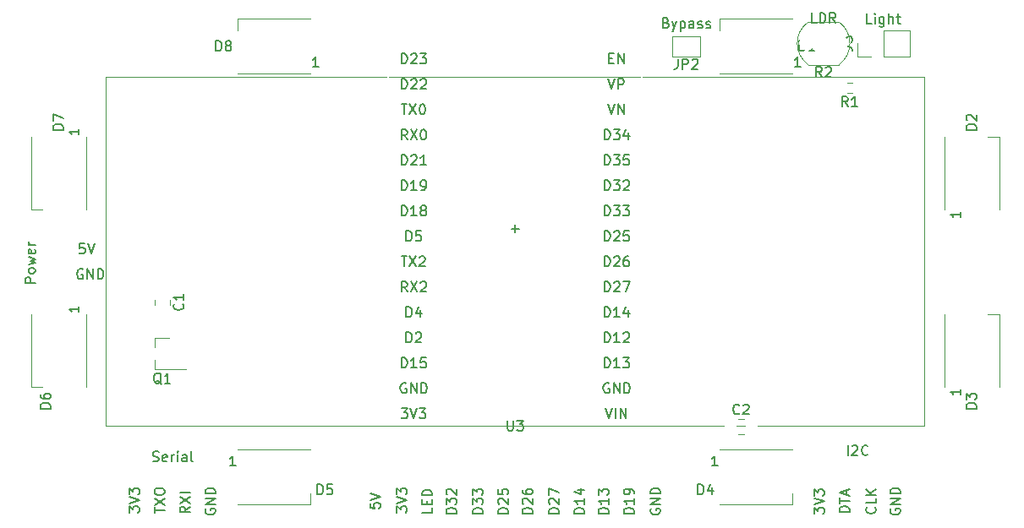
<source format=gto>
%TF.GenerationSoftware,KiCad,Pcbnew,5.99.0+really5.1.10+dfsg1-1*%
%TF.CreationDate,2022-02-16T20:05:08+00:00*%
%TF.ProjectId,lcd,6c63642e-6b69-4636-9164-5f7063625858,rev?*%
%TF.SameCoordinates,Original*%
%TF.FileFunction,Legend,Top*%
%TF.FilePolarity,Positive*%
%FSLAX46Y46*%
G04 Gerber Fmt 4.6, Leading zero omitted, Abs format (unit mm)*
G04 Created by KiCad (PCBNEW 5.99.0+really5.1.10+dfsg1-1) date 2022-02-16 20:05:08*
%MOMM*%
%LPD*%
G01*
G04 APERTURE LIST*
%ADD10C,0.150000*%
%ADD11C,0.120000*%
%ADD12C,1.500000*%
%ADD13C,1.524000*%
%ADD14C,0.800000*%
%ADD15C,6.400000*%
%ADD16R,1.500000X1.000000*%
%ADD17R,1.000000X1.500000*%
%ADD18R,1.700000X1.700000*%
%ADD19O,1.700000X1.700000*%
%ADD20R,1.900000X0.800000*%
G04 APERTURE END LIST*
D10*
X105109523Y-26852380D02*
X104633333Y-26852380D01*
X104633333Y-25852380D01*
X105442857Y-26852380D02*
X105442857Y-25852380D01*
X105680952Y-25852380D01*
X105823809Y-25900000D01*
X105919047Y-25995238D01*
X105966666Y-26090476D01*
X106014285Y-26280952D01*
X106014285Y-26423809D01*
X105966666Y-26614285D01*
X105919047Y-26709523D01*
X105823809Y-26804761D01*
X105680952Y-26852380D01*
X105442857Y-26852380D01*
X107014285Y-26852380D02*
X106680952Y-26376190D01*
X106442857Y-26852380D02*
X106442857Y-25852380D01*
X106823809Y-25852380D01*
X106919047Y-25900000D01*
X106966666Y-25947619D01*
X107014285Y-26042857D01*
X107014285Y-26185714D01*
X106966666Y-26280952D01*
X106919047Y-26328571D01*
X106823809Y-26376190D01*
X106442857Y-26376190D01*
X110630952Y-26902380D02*
X110154761Y-26902380D01*
X110154761Y-25902380D01*
X110964285Y-26902380D02*
X110964285Y-26235714D01*
X110964285Y-25902380D02*
X110916666Y-25950000D01*
X110964285Y-25997619D01*
X111011904Y-25950000D01*
X110964285Y-25902380D01*
X110964285Y-25997619D01*
X111869047Y-26235714D02*
X111869047Y-27045238D01*
X111821428Y-27140476D01*
X111773809Y-27188095D01*
X111678571Y-27235714D01*
X111535714Y-27235714D01*
X111440476Y-27188095D01*
X111869047Y-26854761D02*
X111773809Y-26902380D01*
X111583333Y-26902380D01*
X111488095Y-26854761D01*
X111440476Y-26807142D01*
X111392857Y-26711904D01*
X111392857Y-26426190D01*
X111440476Y-26330952D01*
X111488095Y-26283333D01*
X111583333Y-26235714D01*
X111773809Y-26235714D01*
X111869047Y-26283333D01*
X112345238Y-26902380D02*
X112345238Y-25902380D01*
X112773809Y-26902380D02*
X112773809Y-26378571D01*
X112726190Y-26283333D01*
X112630952Y-26235714D01*
X112488095Y-26235714D01*
X112392857Y-26283333D01*
X112345238Y-26330952D01*
X113107142Y-26235714D02*
X113488095Y-26235714D01*
X113250000Y-25902380D02*
X113250000Y-26759523D01*
X113297619Y-26854761D01*
X113392857Y-26902380D01*
X113488095Y-26902380D01*
X74574447Y-47467828D02*
X75336352Y-47467828D01*
X74955400Y-47848780D02*
X74955400Y-47086876D01*
X90051190Y-26852571D02*
X90194047Y-26900190D01*
X90241666Y-26947809D01*
X90289285Y-27043047D01*
X90289285Y-27185904D01*
X90241666Y-27281142D01*
X90194047Y-27328761D01*
X90098809Y-27376380D01*
X89717857Y-27376380D01*
X89717857Y-26376380D01*
X90051190Y-26376380D01*
X90146428Y-26424000D01*
X90194047Y-26471619D01*
X90241666Y-26566857D01*
X90241666Y-26662095D01*
X90194047Y-26757333D01*
X90146428Y-26804952D01*
X90051190Y-26852571D01*
X89717857Y-26852571D01*
X90622619Y-26709714D02*
X90860714Y-27376380D01*
X91098809Y-26709714D02*
X90860714Y-27376380D01*
X90765476Y-27614476D01*
X90717857Y-27662095D01*
X90622619Y-27709714D01*
X91479761Y-26709714D02*
X91479761Y-27709714D01*
X91479761Y-26757333D02*
X91575000Y-26709714D01*
X91765476Y-26709714D01*
X91860714Y-26757333D01*
X91908333Y-26804952D01*
X91955952Y-26900190D01*
X91955952Y-27185904D01*
X91908333Y-27281142D01*
X91860714Y-27328761D01*
X91765476Y-27376380D01*
X91575000Y-27376380D01*
X91479761Y-27328761D01*
X92813095Y-27376380D02*
X92813095Y-26852571D01*
X92765476Y-26757333D01*
X92670238Y-26709714D01*
X92479761Y-26709714D01*
X92384523Y-26757333D01*
X92813095Y-27328761D02*
X92717857Y-27376380D01*
X92479761Y-27376380D01*
X92384523Y-27328761D01*
X92336904Y-27233523D01*
X92336904Y-27138285D01*
X92384523Y-27043047D01*
X92479761Y-26995428D01*
X92717857Y-26995428D01*
X92813095Y-26947809D01*
X93241666Y-27328761D02*
X93336904Y-27376380D01*
X93527380Y-27376380D01*
X93622619Y-27328761D01*
X93670238Y-27233523D01*
X93670238Y-27185904D01*
X93622619Y-27090666D01*
X93527380Y-27043047D01*
X93384523Y-27043047D01*
X93289285Y-26995428D01*
X93241666Y-26900190D01*
X93241666Y-26852571D01*
X93289285Y-26757333D01*
X93384523Y-26709714D01*
X93527380Y-26709714D01*
X93622619Y-26757333D01*
X94051190Y-27328761D02*
X94146428Y-27376380D01*
X94336904Y-27376380D01*
X94432142Y-27328761D01*
X94479761Y-27233523D01*
X94479761Y-27185904D01*
X94432142Y-27090666D01*
X94336904Y-27043047D01*
X94194047Y-27043047D01*
X94098809Y-26995428D01*
X94051190Y-26900190D01*
X94051190Y-26852571D01*
X94098809Y-26757333D01*
X94194047Y-26709714D01*
X94336904Y-26709714D01*
X94432142Y-26757333D01*
X108243809Y-70175380D02*
X108243809Y-69175380D01*
X108672380Y-69270619D02*
X108720000Y-69223000D01*
X108815238Y-69175380D01*
X109053333Y-69175380D01*
X109148571Y-69223000D01*
X109196190Y-69270619D01*
X109243809Y-69365857D01*
X109243809Y-69461095D01*
X109196190Y-69603952D01*
X108624761Y-70175380D01*
X109243809Y-70175380D01*
X110243809Y-70080142D02*
X110196190Y-70127761D01*
X110053333Y-70175380D01*
X109958095Y-70175380D01*
X109815238Y-70127761D01*
X109720000Y-70032523D01*
X109672380Y-69937285D01*
X109624761Y-69746809D01*
X109624761Y-69603952D01*
X109672380Y-69413476D01*
X109720000Y-69318238D01*
X109815238Y-69223000D01*
X109958095Y-69175380D01*
X110053333Y-69175380D01*
X110196190Y-69223000D01*
X110243809Y-69270619D01*
X112530000Y-75564904D02*
X112482380Y-75660142D01*
X112482380Y-75803000D01*
X112530000Y-75945857D01*
X112625238Y-76041095D01*
X112720476Y-76088714D01*
X112910952Y-76136333D01*
X113053809Y-76136333D01*
X113244285Y-76088714D01*
X113339523Y-76041095D01*
X113434761Y-75945857D01*
X113482380Y-75803000D01*
X113482380Y-75707761D01*
X113434761Y-75564904D01*
X113387142Y-75517285D01*
X113053809Y-75517285D01*
X113053809Y-75707761D01*
X113482380Y-75088714D02*
X112482380Y-75088714D01*
X113482380Y-74517285D01*
X112482380Y-74517285D01*
X113482380Y-74041095D02*
X112482380Y-74041095D01*
X112482380Y-73803000D01*
X112530000Y-73660142D01*
X112625238Y-73564904D01*
X112720476Y-73517285D01*
X112910952Y-73469666D01*
X113053809Y-73469666D01*
X113244285Y-73517285D01*
X113339523Y-73564904D01*
X113434761Y-73660142D01*
X113482380Y-73803000D01*
X113482380Y-74041095D01*
X110974142Y-75398238D02*
X111021761Y-75445857D01*
X111069380Y-75588714D01*
X111069380Y-75683952D01*
X111021761Y-75826809D01*
X110926523Y-75922047D01*
X110831285Y-75969666D01*
X110640809Y-76017285D01*
X110497952Y-76017285D01*
X110307476Y-75969666D01*
X110212238Y-75922047D01*
X110117000Y-75826809D01*
X110069380Y-75683952D01*
X110069380Y-75588714D01*
X110117000Y-75445857D01*
X110164619Y-75398238D01*
X111069380Y-74493476D02*
X111069380Y-74969666D01*
X110069380Y-74969666D01*
X111069380Y-74160142D02*
X110069380Y-74160142D01*
X111069380Y-73588714D02*
X110497952Y-74017285D01*
X110069380Y-73588714D02*
X110640809Y-74160142D01*
X108402380Y-75874428D02*
X107402380Y-75874428D01*
X107402380Y-75636333D01*
X107450000Y-75493476D01*
X107545238Y-75398238D01*
X107640476Y-75350619D01*
X107830952Y-75303000D01*
X107973809Y-75303000D01*
X108164285Y-75350619D01*
X108259523Y-75398238D01*
X108354761Y-75493476D01*
X108402380Y-75636333D01*
X108402380Y-75874428D01*
X107402380Y-75017285D02*
X107402380Y-74445857D01*
X108402380Y-74731571D02*
X107402380Y-74731571D01*
X108116666Y-74160142D02*
X108116666Y-73683952D01*
X108402380Y-74255380D02*
X107402380Y-73922047D01*
X108402380Y-73588714D01*
X104862380Y-76041095D02*
X104862380Y-75422047D01*
X105243333Y-75755380D01*
X105243333Y-75612523D01*
X105290952Y-75517285D01*
X105338571Y-75469666D01*
X105433809Y-75422047D01*
X105671904Y-75422047D01*
X105767142Y-75469666D01*
X105814761Y-75517285D01*
X105862380Y-75612523D01*
X105862380Y-75898238D01*
X105814761Y-75993476D01*
X105767142Y-76041095D01*
X104862380Y-75136333D02*
X105862380Y-74803000D01*
X104862380Y-74469666D01*
X104862380Y-74231571D02*
X104862380Y-73612523D01*
X105243333Y-73945857D01*
X105243333Y-73803000D01*
X105290952Y-73707761D01*
X105338571Y-73660142D01*
X105433809Y-73612523D01*
X105671904Y-73612523D01*
X105767142Y-73660142D01*
X105814761Y-73707761D01*
X105862380Y-73803000D01*
X105862380Y-74088714D01*
X105814761Y-74183952D01*
X105767142Y-74231571D01*
X88527000Y-75564904D02*
X88479380Y-75660142D01*
X88479380Y-75803000D01*
X88527000Y-75945857D01*
X88622238Y-76041095D01*
X88717476Y-76088714D01*
X88907952Y-76136333D01*
X89050809Y-76136333D01*
X89241285Y-76088714D01*
X89336523Y-76041095D01*
X89431761Y-75945857D01*
X89479380Y-75803000D01*
X89479380Y-75707761D01*
X89431761Y-75564904D01*
X89384142Y-75517285D01*
X89050809Y-75517285D01*
X89050809Y-75707761D01*
X89479380Y-75088714D02*
X88479380Y-75088714D01*
X89479380Y-74517285D01*
X88479380Y-74517285D01*
X89479380Y-74041095D02*
X88479380Y-74041095D01*
X88479380Y-73803000D01*
X88527000Y-73660142D01*
X88622238Y-73564904D01*
X88717476Y-73517285D01*
X88907952Y-73469666D01*
X89050809Y-73469666D01*
X89241285Y-73517285D01*
X89336523Y-73564904D01*
X89431761Y-73660142D01*
X89479380Y-73803000D01*
X89479380Y-74041095D01*
X86812380Y-76017285D02*
X85812380Y-76017285D01*
X85812380Y-75779190D01*
X85860000Y-75636333D01*
X85955238Y-75541095D01*
X86050476Y-75493476D01*
X86240952Y-75445857D01*
X86383809Y-75445857D01*
X86574285Y-75493476D01*
X86669523Y-75541095D01*
X86764761Y-75636333D01*
X86812380Y-75779190D01*
X86812380Y-76017285D01*
X86812380Y-74493476D02*
X86812380Y-75064904D01*
X86812380Y-74779190D02*
X85812380Y-74779190D01*
X85955238Y-74874428D01*
X86050476Y-74969666D01*
X86098095Y-75064904D01*
X86812380Y-74017285D02*
X86812380Y-73826809D01*
X86764761Y-73731571D01*
X86717142Y-73683952D01*
X86574285Y-73588714D01*
X86383809Y-73541095D01*
X86002857Y-73541095D01*
X85907619Y-73588714D01*
X85860000Y-73636333D01*
X85812380Y-73731571D01*
X85812380Y-73922047D01*
X85860000Y-74017285D01*
X85907619Y-74064904D01*
X86002857Y-74112523D01*
X86240952Y-74112523D01*
X86336190Y-74064904D01*
X86383809Y-74017285D01*
X86431428Y-73922047D01*
X86431428Y-73731571D01*
X86383809Y-73636333D01*
X86336190Y-73588714D01*
X86240952Y-73541095D01*
X84272380Y-76017285D02*
X83272380Y-76017285D01*
X83272380Y-75779190D01*
X83320000Y-75636333D01*
X83415238Y-75541095D01*
X83510476Y-75493476D01*
X83700952Y-75445857D01*
X83843809Y-75445857D01*
X84034285Y-75493476D01*
X84129523Y-75541095D01*
X84224761Y-75636333D01*
X84272380Y-75779190D01*
X84272380Y-76017285D01*
X84272380Y-74493476D02*
X84272380Y-75064904D01*
X84272380Y-74779190D02*
X83272380Y-74779190D01*
X83415238Y-74874428D01*
X83510476Y-74969666D01*
X83558095Y-75064904D01*
X83272380Y-74160142D02*
X83272380Y-73541095D01*
X83653333Y-73874428D01*
X83653333Y-73731571D01*
X83700952Y-73636333D01*
X83748571Y-73588714D01*
X83843809Y-73541095D01*
X84081904Y-73541095D01*
X84177142Y-73588714D01*
X84224761Y-73636333D01*
X84272380Y-73731571D01*
X84272380Y-74017285D01*
X84224761Y-74112523D01*
X84177142Y-74160142D01*
X81859380Y-76017285D02*
X80859380Y-76017285D01*
X80859380Y-75779190D01*
X80907000Y-75636333D01*
X81002238Y-75541095D01*
X81097476Y-75493476D01*
X81287952Y-75445857D01*
X81430809Y-75445857D01*
X81621285Y-75493476D01*
X81716523Y-75541095D01*
X81811761Y-75636333D01*
X81859380Y-75779190D01*
X81859380Y-76017285D01*
X81859380Y-74493476D02*
X81859380Y-75064904D01*
X81859380Y-74779190D02*
X80859380Y-74779190D01*
X81002238Y-74874428D01*
X81097476Y-74969666D01*
X81145095Y-75064904D01*
X81192714Y-73636333D02*
X81859380Y-73636333D01*
X80811761Y-73874428D02*
X81526047Y-74112523D01*
X81526047Y-73493476D01*
X79319380Y-76017285D02*
X78319380Y-76017285D01*
X78319380Y-75779190D01*
X78367000Y-75636333D01*
X78462238Y-75541095D01*
X78557476Y-75493476D01*
X78747952Y-75445857D01*
X78890809Y-75445857D01*
X79081285Y-75493476D01*
X79176523Y-75541095D01*
X79271761Y-75636333D01*
X79319380Y-75779190D01*
X79319380Y-76017285D01*
X78414619Y-75064904D02*
X78367000Y-75017285D01*
X78319380Y-74922047D01*
X78319380Y-74683952D01*
X78367000Y-74588714D01*
X78414619Y-74541095D01*
X78509857Y-74493476D01*
X78605095Y-74493476D01*
X78747952Y-74541095D01*
X79319380Y-75112523D01*
X79319380Y-74493476D01*
X78319380Y-74160142D02*
X78319380Y-73493476D01*
X79319380Y-73922047D01*
X76652380Y-76017285D02*
X75652380Y-76017285D01*
X75652380Y-75779190D01*
X75700000Y-75636333D01*
X75795238Y-75541095D01*
X75890476Y-75493476D01*
X76080952Y-75445857D01*
X76223809Y-75445857D01*
X76414285Y-75493476D01*
X76509523Y-75541095D01*
X76604761Y-75636333D01*
X76652380Y-75779190D01*
X76652380Y-76017285D01*
X75747619Y-75064904D02*
X75700000Y-75017285D01*
X75652380Y-74922047D01*
X75652380Y-74683952D01*
X75700000Y-74588714D01*
X75747619Y-74541095D01*
X75842857Y-74493476D01*
X75938095Y-74493476D01*
X76080952Y-74541095D01*
X76652380Y-75112523D01*
X76652380Y-74493476D01*
X75652380Y-73636333D02*
X75652380Y-73826809D01*
X75700000Y-73922047D01*
X75747619Y-73969666D01*
X75890476Y-74064904D01*
X76080952Y-74112523D01*
X76461904Y-74112523D01*
X76557142Y-74064904D01*
X76604761Y-74017285D01*
X76652380Y-73922047D01*
X76652380Y-73731571D01*
X76604761Y-73636333D01*
X76557142Y-73588714D01*
X76461904Y-73541095D01*
X76223809Y-73541095D01*
X76128571Y-73588714D01*
X76080952Y-73636333D01*
X76033333Y-73731571D01*
X76033333Y-73922047D01*
X76080952Y-74017285D01*
X76128571Y-74064904D01*
X76223809Y-74112523D01*
X74239380Y-76017285D02*
X73239380Y-76017285D01*
X73239380Y-75779190D01*
X73287000Y-75636333D01*
X73382238Y-75541095D01*
X73477476Y-75493476D01*
X73667952Y-75445857D01*
X73810809Y-75445857D01*
X74001285Y-75493476D01*
X74096523Y-75541095D01*
X74191761Y-75636333D01*
X74239380Y-75779190D01*
X74239380Y-76017285D01*
X73334619Y-75064904D02*
X73287000Y-75017285D01*
X73239380Y-74922047D01*
X73239380Y-74683952D01*
X73287000Y-74588714D01*
X73334619Y-74541095D01*
X73429857Y-74493476D01*
X73525095Y-74493476D01*
X73667952Y-74541095D01*
X74239380Y-75112523D01*
X74239380Y-74493476D01*
X73239380Y-73588714D02*
X73239380Y-74064904D01*
X73715571Y-74112523D01*
X73667952Y-74064904D01*
X73620333Y-73969666D01*
X73620333Y-73731571D01*
X73667952Y-73636333D01*
X73715571Y-73588714D01*
X73810809Y-73541095D01*
X74048904Y-73541095D01*
X74144142Y-73588714D01*
X74191761Y-73636333D01*
X74239380Y-73731571D01*
X74239380Y-73969666D01*
X74191761Y-74064904D01*
X74144142Y-74112523D01*
X71699380Y-76017285D02*
X70699380Y-76017285D01*
X70699380Y-75779190D01*
X70747000Y-75636333D01*
X70842238Y-75541095D01*
X70937476Y-75493476D01*
X71127952Y-75445857D01*
X71270809Y-75445857D01*
X71461285Y-75493476D01*
X71556523Y-75541095D01*
X71651761Y-75636333D01*
X71699380Y-75779190D01*
X71699380Y-76017285D01*
X70699380Y-75112523D02*
X70699380Y-74493476D01*
X71080333Y-74826809D01*
X71080333Y-74683952D01*
X71127952Y-74588714D01*
X71175571Y-74541095D01*
X71270809Y-74493476D01*
X71508904Y-74493476D01*
X71604142Y-74541095D01*
X71651761Y-74588714D01*
X71699380Y-74683952D01*
X71699380Y-74969666D01*
X71651761Y-75064904D01*
X71604142Y-75112523D01*
X70699380Y-74160142D02*
X70699380Y-73541095D01*
X71080333Y-73874428D01*
X71080333Y-73731571D01*
X71127952Y-73636333D01*
X71175571Y-73588714D01*
X71270809Y-73541095D01*
X71508904Y-73541095D01*
X71604142Y-73588714D01*
X71651761Y-73636333D01*
X71699380Y-73731571D01*
X71699380Y-74017285D01*
X71651761Y-74112523D01*
X71604142Y-74160142D01*
X69032380Y-76017285D02*
X68032380Y-76017285D01*
X68032380Y-75779190D01*
X68080000Y-75636333D01*
X68175238Y-75541095D01*
X68270476Y-75493476D01*
X68460952Y-75445857D01*
X68603809Y-75445857D01*
X68794285Y-75493476D01*
X68889523Y-75541095D01*
X68984761Y-75636333D01*
X69032380Y-75779190D01*
X69032380Y-76017285D01*
X68032380Y-75112523D02*
X68032380Y-74493476D01*
X68413333Y-74826809D01*
X68413333Y-74683952D01*
X68460952Y-74588714D01*
X68508571Y-74541095D01*
X68603809Y-74493476D01*
X68841904Y-74493476D01*
X68937142Y-74541095D01*
X68984761Y-74588714D01*
X69032380Y-74683952D01*
X69032380Y-74969666D01*
X68984761Y-75064904D01*
X68937142Y-75112523D01*
X68127619Y-74112523D02*
X68080000Y-74064904D01*
X68032380Y-73969666D01*
X68032380Y-73731571D01*
X68080000Y-73636333D01*
X68127619Y-73588714D01*
X68222857Y-73541095D01*
X68318095Y-73541095D01*
X68460952Y-73588714D01*
X69032380Y-74160142D01*
X69032380Y-73541095D01*
X66619380Y-75445857D02*
X66619380Y-75922047D01*
X65619380Y-75922047D01*
X66095571Y-75112523D02*
X66095571Y-74779190D01*
X66619380Y-74636333D02*
X66619380Y-75112523D01*
X65619380Y-75112523D01*
X65619380Y-74636333D01*
X66619380Y-74207761D02*
X65619380Y-74207761D01*
X65619380Y-73969666D01*
X65667000Y-73826809D01*
X65762238Y-73731571D01*
X65857476Y-73683952D01*
X66047952Y-73636333D01*
X66190809Y-73636333D01*
X66381285Y-73683952D01*
X66476523Y-73731571D01*
X66571761Y-73826809D01*
X66619380Y-73969666D01*
X66619380Y-74207761D01*
X63079380Y-75914095D02*
X63079380Y-75295047D01*
X63460333Y-75628380D01*
X63460333Y-75485523D01*
X63507952Y-75390285D01*
X63555571Y-75342666D01*
X63650809Y-75295047D01*
X63888904Y-75295047D01*
X63984142Y-75342666D01*
X64031761Y-75390285D01*
X64079380Y-75485523D01*
X64079380Y-75771238D01*
X64031761Y-75866476D01*
X63984142Y-75914095D01*
X63079380Y-75009333D02*
X64079380Y-74676000D01*
X63079380Y-74342666D01*
X63079380Y-74104571D02*
X63079380Y-73485523D01*
X63460333Y-73818857D01*
X63460333Y-73676000D01*
X63507952Y-73580761D01*
X63555571Y-73533142D01*
X63650809Y-73485523D01*
X63888904Y-73485523D01*
X63984142Y-73533142D01*
X64031761Y-73580761D01*
X64079380Y-73676000D01*
X64079380Y-73961714D01*
X64031761Y-74056952D01*
X63984142Y-74104571D01*
X60412380Y-74993476D02*
X60412380Y-75469666D01*
X60888571Y-75517285D01*
X60840952Y-75469666D01*
X60793333Y-75374428D01*
X60793333Y-75136333D01*
X60840952Y-75041095D01*
X60888571Y-74993476D01*
X60983809Y-74945857D01*
X61221904Y-74945857D01*
X61317142Y-74993476D01*
X61364761Y-75041095D01*
X61412380Y-75136333D01*
X61412380Y-75374428D01*
X61364761Y-75469666D01*
X61317142Y-75517285D01*
X60412380Y-74660142D02*
X61412380Y-74326809D01*
X60412380Y-73993476D01*
X43950000Y-75564904D02*
X43902380Y-75660142D01*
X43902380Y-75803000D01*
X43950000Y-75945857D01*
X44045238Y-76041095D01*
X44140476Y-76088714D01*
X44330952Y-76136333D01*
X44473809Y-76136333D01*
X44664285Y-76088714D01*
X44759523Y-76041095D01*
X44854761Y-75945857D01*
X44902380Y-75803000D01*
X44902380Y-75707761D01*
X44854761Y-75564904D01*
X44807142Y-75517285D01*
X44473809Y-75517285D01*
X44473809Y-75707761D01*
X44902380Y-75088714D02*
X43902380Y-75088714D01*
X44902380Y-74517285D01*
X43902380Y-74517285D01*
X44902380Y-74041095D02*
X43902380Y-74041095D01*
X43902380Y-73803000D01*
X43950000Y-73660142D01*
X44045238Y-73564904D01*
X44140476Y-73517285D01*
X44330952Y-73469666D01*
X44473809Y-73469666D01*
X44664285Y-73517285D01*
X44759523Y-73564904D01*
X44854761Y-73660142D01*
X44902380Y-73803000D01*
X44902380Y-74041095D01*
X42362380Y-75334761D02*
X41886190Y-75668095D01*
X42362380Y-75906190D02*
X41362380Y-75906190D01*
X41362380Y-75525238D01*
X41410000Y-75430000D01*
X41457619Y-75382380D01*
X41552857Y-75334761D01*
X41695714Y-75334761D01*
X41790952Y-75382380D01*
X41838571Y-75430000D01*
X41886190Y-75525238D01*
X41886190Y-75906190D01*
X41362380Y-75001428D02*
X42362380Y-74334761D01*
X41362380Y-74334761D02*
X42362380Y-75001428D01*
X42362380Y-73953809D02*
X41362380Y-73953809D01*
X38822380Y-75961714D02*
X38822380Y-75390285D01*
X39822380Y-75676000D02*
X38822380Y-75676000D01*
X38822380Y-75152190D02*
X39822380Y-74485523D01*
X38822380Y-74485523D02*
X39822380Y-75152190D01*
X38822380Y-73914095D02*
X38822380Y-73723619D01*
X38870000Y-73628380D01*
X38965238Y-73533142D01*
X39155714Y-73485523D01*
X39489047Y-73485523D01*
X39679523Y-73533142D01*
X39774761Y-73628380D01*
X39822380Y-73723619D01*
X39822380Y-73914095D01*
X39774761Y-74009333D01*
X39679523Y-74104571D01*
X39489047Y-74152190D01*
X39155714Y-74152190D01*
X38965238Y-74104571D01*
X38870000Y-74009333D01*
X38822380Y-73914095D01*
X36282380Y-75914095D02*
X36282380Y-75295047D01*
X36663333Y-75628380D01*
X36663333Y-75485523D01*
X36710952Y-75390285D01*
X36758571Y-75342666D01*
X36853809Y-75295047D01*
X37091904Y-75295047D01*
X37187142Y-75342666D01*
X37234761Y-75390285D01*
X37282380Y-75485523D01*
X37282380Y-75771238D01*
X37234761Y-75866476D01*
X37187142Y-75914095D01*
X36282380Y-75009333D02*
X37282380Y-74676000D01*
X36282380Y-74342666D01*
X36282380Y-74104571D02*
X36282380Y-73485523D01*
X36663333Y-73818857D01*
X36663333Y-73676000D01*
X36710952Y-73580761D01*
X36758571Y-73533142D01*
X36853809Y-73485523D01*
X37091904Y-73485523D01*
X37187142Y-73533142D01*
X37234761Y-73580761D01*
X37282380Y-73676000D01*
X37282380Y-73961714D01*
X37234761Y-74056952D01*
X37187142Y-74104571D01*
X38663809Y-70762761D02*
X38806666Y-70810380D01*
X39044761Y-70810380D01*
X39140000Y-70762761D01*
X39187619Y-70715142D01*
X39235238Y-70619904D01*
X39235238Y-70524666D01*
X39187619Y-70429428D01*
X39140000Y-70381809D01*
X39044761Y-70334190D01*
X38854285Y-70286571D01*
X38759047Y-70238952D01*
X38711428Y-70191333D01*
X38663809Y-70096095D01*
X38663809Y-70000857D01*
X38711428Y-69905619D01*
X38759047Y-69858000D01*
X38854285Y-69810380D01*
X39092380Y-69810380D01*
X39235238Y-69858000D01*
X40044761Y-70762761D02*
X39949523Y-70810380D01*
X39759047Y-70810380D01*
X39663809Y-70762761D01*
X39616190Y-70667523D01*
X39616190Y-70286571D01*
X39663809Y-70191333D01*
X39759047Y-70143714D01*
X39949523Y-70143714D01*
X40044761Y-70191333D01*
X40092380Y-70286571D01*
X40092380Y-70381809D01*
X39616190Y-70477047D01*
X40520952Y-70810380D02*
X40520952Y-70143714D01*
X40520952Y-70334190D02*
X40568571Y-70238952D01*
X40616190Y-70191333D01*
X40711428Y-70143714D01*
X40806666Y-70143714D01*
X41140000Y-70810380D02*
X41140000Y-70143714D01*
X41140000Y-69810380D02*
X41092380Y-69858000D01*
X41140000Y-69905619D01*
X41187619Y-69858000D01*
X41140000Y-69810380D01*
X41140000Y-69905619D01*
X42044761Y-70810380D02*
X42044761Y-70286571D01*
X41997142Y-70191333D01*
X41901904Y-70143714D01*
X41711428Y-70143714D01*
X41616190Y-70191333D01*
X42044761Y-70762761D02*
X41949523Y-70810380D01*
X41711428Y-70810380D01*
X41616190Y-70762761D01*
X41568571Y-70667523D01*
X41568571Y-70572285D01*
X41616190Y-70477047D01*
X41711428Y-70429428D01*
X41949523Y-70429428D01*
X42044761Y-70381809D01*
X42663809Y-70810380D02*
X42568571Y-70762761D01*
X42520952Y-70667523D01*
X42520952Y-69810380D01*
X26868380Y-52903190D02*
X25868380Y-52903190D01*
X25868380Y-52522238D01*
X25916000Y-52427000D01*
X25963619Y-52379380D01*
X26058857Y-52331761D01*
X26201714Y-52331761D01*
X26296952Y-52379380D01*
X26344571Y-52427000D01*
X26392190Y-52522238D01*
X26392190Y-52903190D01*
X26868380Y-51760333D02*
X26820761Y-51855571D01*
X26773142Y-51903190D01*
X26677904Y-51950809D01*
X26392190Y-51950809D01*
X26296952Y-51903190D01*
X26249333Y-51855571D01*
X26201714Y-51760333D01*
X26201714Y-51617476D01*
X26249333Y-51522238D01*
X26296952Y-51474619D01*
X26392190Y-51427000D01*
X26677904Y-51427000D01*
X26773142Y-51474619D01*
X26820761Y-51522238D01*
X26868380Y-51617476D01*
X26868380Y-51760333D01*
X26201714Y-51093666D02*
X26868380Y-50903190D01*
X26392190Y-50712714D01*
X26868380Y-50522238D01*
X26201714Y-50331761D01*
X26820761Y-49569857D02*
X26868380Y-49665095D01*
X26868380Y-49855571D01*
X26820761Y-49950809D01*
X26725523Y-49998428D01*
X26344571Y-49998428D01*
X26249333Y-49950809D01*
X26201714Y-49855571D01*
X26201714Y-49665095D01*
X26249333Y-49569857D01*
X26344571Y-49522238D01*
X26439809Y-49522238D01*
X26535047Y-49998428D01*
X26868380Y-49093666D02*
X26201714Y-49093666D01*
X26392190Y-49093666D02*
X26296952Y-49046047D01*
X26249333Y-48998428D01*
X26201714Y-48903190D01*
X26201714Y-48807952D01*
X31623095Y-51570000D02*
X31527857Y-51522380D01*
X31385000Y-51522380D01*
X31242142Y-51570000D01*
X31146904Y-51665238D01*
X31099285Y-51760476D01*
X31051666Y-51950952D01*
X31051666Y-52093809D01*
X31099285Y-52284285D01*
X31146904Y-52379523D01*
X31242142Y-52474761D01*
X31385000Y-52522380D01*
X31480238Y-52522380D01*
X31623095Y-52474761D01*
X31670714Y-52427142D01*
X31670714Y-52093809D01*
X31480238Y-52093809D01*
X32099285Y-52522380D02*
X32099285Y-51522380D01*
X32670714Y-52522380D01*
X32670714Y-51522380D01*
X33146904Y-52522380D02*
X33146904Y-51522380D01*
X33385000Y-51522380D01*
X33527857Y-51570000D01*
X33623095Y-51665238D01*
X33670714Y-51760476D01*
X33718333Y-51950952D01*
X33718333Y-52093809D01*
X33670714Y-52284285D01*
X33623095Y-52379523D01*
X33527857Y-52474761D01*
X33385000Y-52522380D01*
X33146904Y-52522380D01*
X31813523Y-48982380D02*
X31337333Y-48982380D01*
X31289714Y-49458571D01*
X31337333Y-49410952D01*
X31432571Y-49363333D01*
X31670666Y-49363333D01*
X31765904Y-49410952D01*
X31813523Y-49458571D01*
X31861142Y-49553809D01*
X31861142Y-49791904D01*
X31813523Y-49887142D01*
X31765904Y-49934761D01*
X31670666Y-49982380D01*
X31432571Y-49982380D01*
X31337333Y-49934761D01*
X31289714Y-49887142D01*
X32146857Y-48982380D02*
X32480190Y-49982380D01*
X32813523Y-48982380D01*
D11*
%TO.C,R2*%
X107350000Y-26750000D02*
X104300000Y-26750000D01*
X107350000Y-31050000D02*
X104300000Y-31050000D01*
X107328234Y-31065526D02*
G75*
G03*
X107350000Y-26750000I-1528234J2165526D01*
G01*
X104255487Y-26781751D02*
G75*
G03*
X104300000Y-31050000I1544513J-2118249D01*
G01*
%TO.C,U3*%
X115930000Y-67260000D02*
X115930000Y-32260000D01*
X33930000Y-67260000D02*
X115930000Y-67260000D01*
X33930000Y-32260000D02*
X33930000Y-67260000D01*
X115930000Y-32260000D02*
X33930000Y-32260000D01*
%TO.C,D1*%
X102710000Y-31960000D02*
X95410000Y-31960000D01*
X102710000Y-26460000D02*
X95410000Y-26460000D01*
X95410000Y-26460000D02*
X95410000Y-27610000D01*
%TO.C,D2*%
X123400000Y-38260000D02*
X122250000Y-38260000D01*
X123400000Y-45560000D02*
X123400000Y-38260000D01*
X117900000Y-45560000D02*
X117900000Y-38260000D01*
%TO.C,D3*%
X117900000Y-63340000D02*
X117900000Y-56040000D01*
X123400000Y-63340000D02*
X123400000Y-56040000D01*
X123400000Y-56040000D02*
X122250000Y-56040000D01*
%TO.C,D4*%
X102710000Y-75140000D02*
X102710000Y-73990000D01*
X95410000Y-75140000D02*
X102710000Y-75140000D01*
X95410000Y-69640000D02*
X102710000Y-69640000D01*
%TO.C,D5*%
X54450000Y-75140000D02*
X54450000Y-73990000D01*
X47150000Y-75140000D02*
X54450000Y-75140000D01*
X47150000Y-69640000D02*
X54450000Y-69640000D01*
%TO.C,D6*%
X31960000Y-56040000D02*
X31960000Y-63340000D01*
X26460000Y-56040000D02*
X26460000Y-63340000D01*
X26460000Y-63340000D02*
X27610000Y-63340000D01*
%TO.C,D7*%
X26460000Y-45560000D02*
X27610000Y-45560000D01*
X26460000Y-38260000D02*
X26460000Y-45560000D01*
X31960000Y-38260000D02*
X31960000Y-45560000D01*
%TO.C,D8*%
X54450000Y-31960000D02*
X47150000Y-31960000D01*
X54450000Y-26460000D02*
X47150000Y-26460000D01*
X47150000Y-26460000D02*
X47150000Y-27610000D01*
%TO.C,JP2*%
X93460000Y-30210000D02*
X90660000Y-30210000D01*
X90660000Y-30210000D02*
X90660000Y-28210000D01*
X90660000Y-28210000D02*
X93460000Y-28210000D01*
X93460000Y-28210000D02*
X93460000Y-30210000D01*
%TO.C,Q1*%
X38840000Y-58430000D02*
X40300000Y-58430000D01*
X38840000Y-61590000D02*
X42000000Y-61590000D01*
X38840000Y-61590000D02*
X38840000Y-60660000D01*
X38840000Y-58430000D02*
X38840000Y-59360000D01*
%TO.C,C1*%
X40337500Y-54581248D02*
X40337500Y-55103752D01*
X38867500Y-54581248D02*
X38867500Y-55103752D01*
%TO.C,C2*%
X97296248Y-68045000D02*
X97818752Y-68045000D01*
X97296248Y-66575000D02*
X97818752Y-66575000D01*
%TO.C,R1*%
X108667224Y-33872500D02*
X108157776Y-33872500D01*
X108667224Y-32827500D02*
X108157776Y-32827500D01*
%TO.C,J5*%
X114430000Y-30230000D02*
X114430000Y-27570000D01*
X111830000Y-30230000D02*
X114430000Y-30230000D01*
X111830000Y-27570000D02*
X114430000Y-27570000D01*
X111830000Y-30230000D02*
X111830000Y-27570000D01*
X110560000Y-30230000D02*
X109230000Y-30230000D01*
X109230000Y-30230000D02*
X109230000Y-28900000D01*
%TO.C,R2*%
D10*
X105633333Y-32252380D02*
X105300000Y-31776190D01*
X105061904Y-32252380D02*
X105061904Y-31252380D01*
X105442857Y-31252380D01*
X105538095Y-31300000D01*
X105585714Y-31347619D01*
X105633333Y-31442857D01*
X105633333Y-31585714D01*
X105585714Y-31680952D01*
X105538095Y-31728571D01*
X105442857Y-31776190D01*
X105061904Y-31776190D01*
X106014285Y-31347619D02*
X106061904Y-31300000D01*
X106157142Y-31252380D01*
X106395238Y-31252380D01*
X106490476Y-31300000D01*
X106538095Y-31347619D01*
X106585714Y-31442857D01*
X106585714Y-31538095D01*
X106538095Y-31680952D01*
X105966666Y-32252380D01*
X106585714Y-32252380D01*
%TO.C,U2*%
X84351904Y-30408571D02*
X84685238Y-30408571D01*
X84828095Y-30932380D02*
X84351904Y-30932380D01*
X84351904Y-29932380D01*
X84828095Y-29932380D01*
X85256666Y-30932380D02*
X85256666Y-29932380D01*
X85828095Y-30932380D01*
X85828095Y-29932380D01*
X84256666Y-32472380D02*
X84590000Y-33472380D01*
X84923333Y-32472380D01*
X85256666Y-33472380D02*
X85256666Y-32472380D01*
X85637619Y-32472380D01*
X85732857Y-32520000D01*
X85780476Y-32567619D01*
X85828095Y-32662857D01*
X85828095Y-32805714D01*
X85780476Y-32900952D01*
X85732857Y-32948571D01*
X85637619Y-32996190D01*
X85256666Y-32996190D01*
X84232857Y-35012380D02*
X84566190Y-36012380D01*
X84899523Y-35012380D01*
X85232857Y-36012380D02*
X85232857Y-35012380D01*
X85804285Y-36012380D01*
X85804285Y-35012380D01*
X83875714Y-38552380D02*
X83875714Y-37552380D01*
X84113809Y-37552380D01*
X84256666Y-37600000D01*
X84351904Y-37695238D01*
X84399523Y-37790476D01*
X84447142Y-37980952D01*
X84447142Y-38123809D01*
X84399523Y-38314285D01*
X84351904Y-38409523D01*
X84256666Y-38504761D01*
X84113809Y-38552380D01*
X83875714Y-38552380D01*
X84780476Y-37552380D02*
X85399523Y-37552380D01*
X85066190Y-37933333D01*
X85209047Y-37933333D01*
X85304285Y-37980952D01*
X85351904Y-38028571D01*
X85399523Y-38123809D01*
X85399523Y-38361904D01*
X85351904Y-38457142D01*
X85304285Y-38504761D01*
X85209047Y-38552380D01*
X84923333Y-38552380D01*
X84828095Y-38504761D01*
X84780476Y-38457142D01*
X86256666Y-37885714D02*
X86256666Y-38552380D01*
X86018571Y-37504761D02*
X85780476Y-38219047D01*
X86399523Y-38219047D01*
X83875714Y-41092380D02*
X83875714Y-40092380D01*
X84113809Y-40092380D01*
X84256666Y-40140000D01*
X84351904Y-40235238D01*
X84399523Y-40330476D01*
X84447142Y-40520952D01*
X84447142Y-40663809D01*
X84399523Y-40854285D01*
X84351904Y-40949523D01*
X84256666Y-41044761D01*
X84113809Y-41092380D01*
X83875714Y-41092380D01*
X84780476Y-40092380D02*
X85399523Y-40092380D01*
X85066190Y-40473333D01*
X85209047Y-40473333D01*
X85304285Y-40520952D01*
X85351904Y-40568571D01*
X85399523Y-40663809D01*
X85399523Y-40901904D01*
X85351904Y-40997142D01*
X85304285Y-41044761D01*
X85209047Y-41092380D01*
X84923333Y-41092380D01*
X84828095Y-41044761D01*
X84780476Y-40997142D01*
X86304285Y-40092380D02*
X85828095Y-40092380D01*
X85780476Y-40568571D01*
X85828095Y-40520952D01*
X85923333Y-40473333D01*
X86161428Y-40473333D01*
X86256666Y-40520952D01*
X86304285Y-40568571D01*
X86351904Y-40663809D01*
X86351904Y-40901904D01*
X86304285Y-40997142D01*
X86256666Y-41044761D01*
X86161428Y-41092380D01*
X85923333Y-41092380D01*
X85828095Y-41044761D01*
X85780476Y-40997142D01*
X83875714Y-43632380D02*
X83875714Y-42632380D01*
X84113809Y-42632380D01*
X84256666Y-42680000D01*
X84351904Y-42775238D01*
X84399523Y-42870476D01*
X84447142Y-43060952D01*
X84447142Y-43203809D01*
X84399523Y-43394285D01*
X84351904Y-43489523D01*
X84256666Y-43584761D01*
X84113809Y-43632380D01*
X83875714Y-43632380D01*
X84780476Y-42632380D02*
X85399523Y-42632380D01*
X85066190Y-43013333D01*
X85209047Y-43013333D01*
X85304285Y-43060952D01*
X85351904Y-43108571D01*
X85399523Y-43203809D01*
X85399523Y-43441904D01*
X85351904Y-43537142D01*
X85304285Y-43584761D01*
X85209047Y-43632380D01*
X84923333Y-43632380D01*
X84828095Y-43584761D01*
X84780476Y-43537142D01*
X85780476Y-42727619D02*
X85828095Y-42680000D01*
X85923333Y-42632380D01*
X86161428Y-42632380D01*
X86256666Y-42680000D01*
X86304285Y-42727619D01*
X86351904Y-42822857D01*
X86351904Y-42918095D01*
X86304285Y-43060952D01*
X85732857Y-43632380D01*
X86351904Y-43632380D01*
X83875714Y-46172380D02*
X83875714Y-45172380D01*
X84113809Y-45172380D01*
X84256666Y-45220000D01*
X84351904Y-45315238D01*
X84399523Y-45410476D01*
X84447142Y-45600952D01*
X84447142Y-45743809D01*
X84399523Y-45934285D01*
X84351904Y-46029523D01*
X84256666Y-46124761D01*
X84113809Y-46172380D01*
X83875714Y-46172380D01*
X84780476Y-45172380D02*
X85399523Y-45172380D01*
X85066190Y-45553333D01*
X85209047Y-45553333D01*
X85304285Y-45600952D01*
X85351904Y-45648571D01*
X85399523Y-45743809D01*
X85399523Y-45981904D01*
X85351904Y-46077142D01*
X85304285Y-46124761D01*
X85209047Y-46172380D01*
X84923333Y-46172380D01*
X84828095Y-46124761D01*
X84780476Y-46077142D01*
X85732857Y-45172380D02*
X86351904Y-45172380D01*
X86018571Y-45553333D01*
X86161428Y-45553333D01*
X86256666Y-45600952D01*
X86304285Y-45648571D01*
X86351904Y-45743809D01*
X86351904Y-45981904D01*
X86304285Y-46077142D01*
X86256666Y-46124761D01*
X86161428Y-46172380D01*
X85875714Y-46172380D01*
X85780476Y-46124761D01*
X85732857Y-46077142D01*
X83875714Y-48712380D02*
X83875714Y-47712380D01*
X84113809Y-47712380D01*
X84256666Y-47760000D01*
X84351904Y-47855238D01*
X84399523Y-47950476D01*
X84447142Y-48140952D01*
X84447142Y-48283809D01*
X84399523Y-48474285D01*
X84351904Y-48569523D01*
X84256666Y-48664761D01*
X84113809Y-48712380D01*
X83875714Y-48712380D01*
X84828095Y-47807619D02*
X84875714Y-47760000D01*
X84970952Y-47712380D01*
X85209047Y-47712380D01*
X85304285Y-47760000D01*
X85351904Y-47807619D01*
X85399523Y-47902857D01*
X85399523Y-47998095D01*
X85351904Y-48140952D01*
X84780476Y-48712380D01*
X85399523Y-48712380D01*
X86304285Y-47712380D02*
X85828095Y-47712380D01*
X85780476Y-48188571D01*
X85828095Y-48140952D01*
X85923333Y-48093333D01*
X86161428Y-48093333D01*
X86256666Y-48140952D01*
X86304285Y-48188571D01*
X86351904Y-48283809D01*
X86351904Y-48521904D01*
X86304285Y-48617142D01*
X86256666Y-48664761D01*
X86161428Y-48712380D01*
X85923333Y-48712380D01*
X85828095Y-48664761D01*
X85780476Y-48617142D01*
X83875714Y-51252380D02*
X83875714Y-50252380D01*
X84113809Y-50252380D01*
X84256666Y-50300000D01*
X84351904Y-50395238D01*
X84399523Y-50490476D01*
X84447142Y-50680952D01*
X84447142Y-50823809D01*
X84399523Y-51014285D01*
X84351904Y-51109523D01*
X84256666Y-51204761D01*
X84113809Y-51252380D01*
X83875714Y-51252380D01*
X84828095Y-50347619D02*
X84875714Y-50300000D01*
X84970952Y-50252380D01*
X85209047Y-50252380D01*
X85304285Y-50300000D01*
X85351904Y-50347619D01*
X85399523Y-50442857D01*
X85399523Y-50538095D01*
X85351904Y-50680952D01*
X84780476Y-51252380D01*
X85399523Y-51252380D01*
X86256666Y-50252380D02*
X86066190Y-50252380D01*
X85970952Y-50300000D01*
X85923333Y-50347619D01*
X85828095Y-50490476D01*
X85780476Y-50680952D01*
X85780476Y-51061904D01*
X85828095Y-51157142D01*
X85875714Y-51204761D01*
X85970952Y-51252380D01*
X86161428Y-51252380D01*
X86256666Y-51204761D01*
X86304285Y-51157142D01*
X86351904Y-51061904D01*
X86351904Y-50823809D01*
X86304285Y-50728571D01*
X86256666Y-50680952D01*
X86161428Y-50633333D01*
X85970952Y-50633333D01*
X85875714Y-50680952D01*
X85828095Y-50728571D01*
X85780476Y-50823809D01*
X83875714Y-53792380D02*
X83875714Y-52792380D01*
X84113809Y-52792380D01*
X84256666Y-52840000D01*
X84351904Y-52935238D01*
X84399523Y-53030476D01*
X84447142Y-53220952D01*
X84447142Y-53363809D01*
X84399523Y-53554285D01*
X84351904Y-53649523D01*
X84256666Y-53744761D01*
X84113809Y-53792380D01*
X83875714Y-53792380D01*
X84828095Y-52887619D02*
X84875714Y-52840000D01*
X84970952Y-52792380D01*
X85209047Y-52792380D01*
X85304285Y-52840000D01*
X85351904Y-52887619D01*
X85399523Y-52982857D01*
X85399523Y-53078095D01*
X85351904Y-53220952D01*
X84780476Y-53792380D01*
X85399523Y-53792380D01*
X85732857Y-52792380D02*
X86399523Y-52792380D01*
X85970952Y-53792380D01*
X83875714Y-56332380D02*
X83875714Y-55332380D01*
X84113809Y-55332380D01*
X84256666Y-55380000D01*
X84351904Y-55475238D01*
X84399523Y-55570476D01*
X84447142Y-55760952D01*
X84447142Y-55903809D01*
X84399523Y-56094285D01*
X84351904Y-56189523D01*
X84256666Y-56284761D01*
X84113809Y-56332380D01*
X83875714Y-56332380D01*
X85399523Y-56332380D02*
X84828095Y-56332380D01*
X85113809Y-56332380D02*
X85113809Y-55332380D01*
X85018571Y-55475238D01*
X84923333Y-55570476D01*
X84828095Y-55618095D01*
X86256666Y-55665714D02*
X86256666Y-56332380D01*
X86018571Y-55284761D02*
X85780476Y-55999047D01*
X86399523Y-55999047D01*
X83875714Y-58872380D02*
X83875714Y-57872380D01*
X84113809Y-57872380D01*
X84256666Y-57920000D01*
X84351904Y-58015238D01*
X84399523Y-58110476D01*
X84447142Y-58300952D01*
X84447142Y-58443809D01*
X84399523Y-58634285D01*
X84351904Y-58729523D01*
X84256666Y-58824761D01*
X84113809Y-58872380D01*
X83875714Y-58872380D01*
X85399523Y-58872380D02*
X84828095Y-58872380D01*
X85113809Y-58872380D02*
X85113809Y-57872380D01*
X85018571Y-58015238D01*
X84923333Y-58110476D01*
X84828095Y-58158095D01*
X85780476Y-57967619D02*
X85828095Y-57920000D01*
X85923333Y-57872380D01*
X86161428Y-57872380D01*
X86256666Y-57920000D01*
X86304285Y-57967619D01*
X86351904Y-58062857D01*
X86351904Y-58158095D01*
X86304285Y-58300952D01*
X85732857Y-58872380D01*
X86351904Y-58872380D01*
X83875714Y-61412380D02*
X83875714Y-60412380D01*
X84113809Y-60412380D01*
X84256666Y-60460000D01*
X84351904Y-60555238D01*
X84399523Y-60650476D01*
X84447142Y-60840952D01*
X84447142Y-60983809D01*
X84399523Y-61174285D01*
X84351904Y-61269523D01*
X84256666Y-61364761D01*
X84113809Y-61412380D01*
X83875714Y-61412380D01*
X85399523Y-61412380D02*
X84828095Y-61412380D01*
X85113809Y-61412380D02*
X85113809Y-60412380D01*
X85018571Y-60555238D01*
X84923333Y-60650476D01*
X84828095Y-60698095D01*
X85732857Y-60412380D02*
X86351904Y-60412380D01*
X86018571Y-60793333D01*
X86161428Y-60793333D01*
X86256666Y-60840952D01*
X86304285Y-60888571D01*
X86351904Y-60983809D01*
X86351904Y-61221904D01*
X86304285Y-61317142D01*
X86256666Y-61364761D01*
X86161428Y-61412380D01*
X85875714Y-61412380D01*
X85780476Y-61364761D01*
X85732857Y-61317142D01*
X84328095Y-63000000D02*
X84232857Y-62952380D01*
X84090000Y-62952380D01*
X83947142Y-63000000D01*
X83851904Y-63095238D01*
X83804285Y-63190476D01*
X83756666Y-63380952D01*
X83756666Y-63523809D01*
X83804285Y-63714285D01*
X83851904Y-63809523D01*
X83947142Y-63904761D01*
X84090000Y-63952380D01*
X84185238Y-63952380D01*
X84328095Y-63904761D01*
X84375714Y-63857142D01*
X84375714Y-63523809D01*
X84185238Y-63523809D01*
X84804285Y-63952380D02*
X84804285Y-62952380D01*
X85375714Y-63952380D01*
X85375714Y-62952380D01*
X85851904Y-63952380D02*
X85851904Y-62952380D01*
X86090000Y-62952380D01*
X86232857Y-63000000D01*
X86328095Y-63095238D01*
X86375714Y-63190476D01*
X86423333Y-63380952D01*
X86423333Y-63523809D01*
X86375714Y-63714285D01*
X86328095Y-63809523D01*
X86232857Y-63904761D01*
X86090000Y-63952380D01*
X85851904Y-63952380D01*
X83994761Y-65492380D02*
X84328095Y-66492380D01*
X84661428Y-65492380D01*
X84994761Y-66492380D02*
X84994761Y-65492380D01*
X85470952Y-66492380D02*
X85470952Y-65492380D01*
X86042380Y-66492380D01*
X86042380Y-65492380D01*
X63555714Y-30932380D02*
X63555714Y-29932380D01*
X63793809Y-29932380D01*
X63936666Y-29980000D01*
X64031904Y-30075238D01*
X64079523Y-30170476D01*
X64127142Y-30360952D01*
X64127142Y-30503809D01*
X64079523Y-30694285D01*
X64031904Y-30789523D01*
X63936666Y-30884761D01*
X63793809Y-30932380D01*
X63555714Y-30932380D01*
X64508095Y-30027619D02*
X64555714Y-29980000D01*
X64650952Y-29932380D01*
X64889047Y-29932380D01*
X64984285Y-29980000D01*
X65031904Y-30027619D01*
X65079523Y-30122857D01*
X65079523Y-30218095D01*
X65031904Y-30360952D01*
X64460476Y-30932380D01*
X65079523Y-30932380D01*
X65412857Y-29932380D02*
X66031904Y-29932380D01*
X65698571Y-30313333D01*
X65841428Y-30313333D01*
X65936666Y-30360952D01*
X65984285Y-30408571D01*
X66031904Y-30503809D01*
X66031904Y-30741904D01*
X65984285Y-30837142D01*
X65936666Y-30884761D01*
X65841428Y-30932380D01*
X65555714Y-30932380D01*
X65460476Y-30884761D01*
X65412857Y-30837142D01*
X63555714Y-33472380D02*
X63555714Y-32472380D01*
X63793809Y-32472380D01*
X63936666Y-32520000D01*
X64031904Y-32615238D01*
X64079523Y-32710476D01*
X64127142Y-32900952D01*
X64127142Y-33043809D01*
X64079523Y-33234285D01*
X64031904Y-33329523D01*
X63936666Y-33424761D01*
X63793809Y-33472380D01*
X63555714Y-33472380D01*
X64508095Y-32567619D02*
X64555714Y-32520000D01*
X64650952Y-32472380D01*
X64889047Y-32472380D01*
X64984285Y-32520000D01*
X65031904Y-32567619D01*
X65079523Y-32662857D01*
X65079523Y-32758095D01*
X65031904Y-32900952D01*
X64460476Y-33472380D01*
X65079523Y-33472380D01*
X65460476Y-32567619D02*
X65508095Y-32520000D01*
X65603333Y-32472380D01*
X65841428Y-32472380D01*
X65936666Y-32520000D01*
X65984285Y-32567619D01*
X66031904Y-32662857D01*
X66031904Y-32758095D01*
X65984285Y-32900952D01*
X65412857Y-33472380D01*
X66031904Y-33472380D01*
X63531904Y-35012380D02*
X64103333Y-35012380D01*
X63817619Y-36012380D02*
X63817619Y-35012380D01*
X64341428Y-35012380D02*
X65008095Y-36012380D01*
X65008095Y-35012380D02*
X64341428Y-36012380D01*
X65579523Y-35012380D02*
X65674761Y-35012380D01*
X65770000Y-35060000D01*
X65817619Y-35107619D01*
X65865238Y-35202857D01*
X65912857Y-35393333D01*
X65912857Y-35631428D01*
X65865238Y-35821904D01*
X65817619Y-35917142D01*
X65770000Y-35964761D01*
X65674761Y-36012380D01*
X65579523Y-36012380D01*
X65484285Y-35964761D01*
X65436666Y-35917142D01*
X65389047Y-35821904D01*
X65341428Y-35631428D01*
X65341428Y-35393333D01*
X65389047Y-35202857D01*
X65436666Y-35107619D01*
X65484285Y-35060000D01*
X65579523Y-35012380D01*
X64127142Y-38552380D02*
X63793809Y-38076190D01*
X63555714Y-38552380D02*
X63555714Y-37552380D01*
X63936666Y-37552380D01*
X64031904Y-37600000D01*
X64079523Y-37647619D01*
X64127142Y-37742857D01*
X64127142Y-37885714D01*
X64079523Y-37980952D01*
X64031904Y-38028571D01*
X63936666Y-38076190D01*
X63555714Y-38076190D01*
X64460476Y-37552380D02*
X65127142Y-38552380D01*
X65127142Y-37552380D02*
X64460476Y-38552380D01*
X65698571Y-37552380D02*
X65793809Y-37552380D01*
X65889047Y-37600000D01*
X65936666Y-37647619D01*
X65984285Y-37742857D01*
X66031904Y-37933333D01*
X66031904Y-38171428D01*
X65984285Y-38361904D01*
X65936666Y-38457142D01*
X65889047Y-38504761D01*
X65793809Y-38552380D01*
X65698571Y-38552380D01*
X65603333Y-38504761D01*
X65555714Y-38457142D01*
X65508095Y-38361904D01*
X65460476Y-38171428D01*
X65460476Y-37933333D01*
X65508095Y-37742857D01*
X65555714Y-37647619D01*
X65603333Y-37600000D01*
X65698571Y-37552380D01*
X63555714Y-41092380D02*
X63555714Y-40092380D01*
X63793809Y-40092380D01*
X63936666Y-40140000D01*
X64031904Y-40235238D01*
X64079523Y-40330476D01*
X64127142Y-40520952D01*
X64127142Y-40663809D01*
X64079523Y-40854285D01*
X64031904Y-40949523D01*
X63936666Y-41044761D01*
X63793809Y-41092380D01*
X63555714Y-41092380D01*
X64508095Y-40187619D02*
X64555714Y-40140000D01*
X64650952Y-40092380D01*
X64889047Y-40092380D01*
X64984285Y-40140000D01*
X65031904Y-40187619D01*
X65079523Y-40282857D01*
X65079523Y-40378095D01*
X65031904Y-40520952D01*
X64460476Y-41092380D01*
X65079523Y-41092380D01*
X66031904Y-41092380D02*
X65460476Y-41092380D01*
X65746190Y-41092380D02*
X65746190Y-40092380D01*
X65650952Y-40235238D01*
X65555714Y-40330476D01*
X65460476Y-40378095D01*
X63555714Y-43632380D02*
X63555714Y-42632380D01*
X63793809Y-42632380D01*
X63936666Y-42680000D01*
X64031904Y-42775238D01*
X64079523Y-42870476D01*
X64127142Y-43060952D01*
X64127142Y-43203809D01*
X64079523Y-43394285D01*
X64031904Y-43489523D01*
X63936666Y-43584761D01*
X63793809Y-43632380D01*
X63555714Y-43632380D01*
X65079523Y-43632380D02*
X64508095Y-43632380D01*
X64793809Y-43632380D02*
X64793809Y-42632380D01*
X64698571Y-42775238D01*
X64603333Y-42870476D01*
X64508095Y-42918095D01*
X65555714Y-43632380D02*
X65746190Y-43632380D01*
X65841428Y-43584761D01*
X65889047Y-43537142D01*
X65984285Y-43394285D01*
X66031904Y-43203809D01*
X66031904Y-42822857D01*
X65984285Y-42727619D01*
X65936666Y-42680000D01*
X65841428Y-42632380D01*
X65650952Y-42632380D01*
X65555714Y-42680000D01*
X65508095Y-42727619D01*
X65460476Y-42822857D01*
X65460476Y-43060952D01*
X65508095Y-43156190D01*
X65555714Y-43203809D01*
X65650952Y-43251428D01*
X65841428Y-43251428D01*
X65936666Y-43203809D01*
X65984285Y-43156190D01*
X66031904Y-43060952D01*
X63555714Y-46172380D02*
X63555714Y-45172380D01*
X63793809Y-45172380D01*
X63936666Y-45220000D01*
X64031904Y-45315238D01*
X64079523Y-45410476D01*
X64127142Y-45600952D01*
X64127142Y-45743809D01*
X64079523Y-45934285D01*
X64031904Y-46029523D01*
X63936666Y-46124761D01*
X63793809Y-46172380D01*
X63555714Y-46172380D01*
X65079523Y-46172380D02*
X64508095Y-46172380D01*
X64793809Y-46172380D02*
X64793809Y-45172380D01*
X64698571Y-45315238D01*
X64603333Y-45410476D01*
X64508095Y-45458095D01*
X65650952Y-45600952D02*
X65555714Y-45553333D01*
X65508095Y-45505714D01*
X65460476Y-45410476D01*
X65460476Y-45362857D01*
X65508095Y-45267619D01*
X65555714Y-45220000D01*
X65650952Y-45172380D01*
X65841428Y-45172380D01*
X65936666Y-45220000D01*
X65984285Y-45267619D01*
X66031904Y-45362857D01*
X66031904Y-45410476D01*
X65984285Y-45505714D01*
X65936666Y-45553333D01*
X65841428Y-45600952D01*
X65650952Y-45600952D01*
X65555714Y-45648571D01*
X65508095Y-45696190D01*
X65460476Y-45791428D01*
X65460476Y-45981904D01*
X65508095Y-46077142D01*
X65555714Y-46124761D01*
X65650952Y-46172380D01*
X65841428Y-46172380D01*
X65936666Y-46124761D01*
X65984285Y-46077142D01*
X66031904Y-45981904D01*
X66031904Y-45791428D01*
X65984285Y-45696190D01*
X65936666Y-45648571D01*
X65841428Y-45600952D01*
X64031904Y-48712380D02*
X64031904Y-47712380D01*
X64270000Y-47712380D01*
X64412857Y-47760000D01*
X64508095Y-47855238D01*
X64555714Y-47950476D01*
X64603333Y-48140952D01*
X64603333Y-48283809D01*
X64555714Y-48474285D01*
X64508095Y-48569523D01*
X64412857Y-48664761D01*
X64270000Y-48712380D01*
X64031904Y-48712380D01*
X65508095Y-47712380D02*
X65031904Y-47712380D01*
X64984285Y-48188571D01*
X65031904Y-48140952D01*
X65127142Y-48093333D01*
X65365238Y-48093333D01*
X65460476Y-48140952D01*
X65508095Y-48188571D01*
X65555714Y-48283809D01*
X65555714Y-48521904D01*
X65508095Y-48617142D01*
X65460476Y-48664761D01*
X65365238Y-48712380D01*
X65127142Y-48712380D01*
X65031904Y-48664761D01*
X64984285Y-48617142D01*
X63531904Y-50252380D02*
X64103333Y-50252380D01*
X63817619Y-51252380D02*
X63817619Y-50252380D01*
X64341428Y-50252380D02*
X65008095Y-51252380D01*
X65008095Y-50252380D02*
X64341428Y-51252380D01*
X65341428Y-50347619D02*
X65389047Y-50300000D01*
X65484285Y-50252380D01*
X65722380Y-50252380D01*
X65817619Y-50300000D01*
X65865238Y-50347619D01*
X65912857Y-50442857D01*
X65912857Y-50538095D01*
X65865238Y-50680952D01*
X65293809Y-51252380D01*
X65912857Y-51252380D01*
X64127142Y-53792380D02*
X63793809Y-53316190D01*
X63555714Y-53792380D02*
X63555714Y-52792380D01*
X63936666Y-52792380D01*
X64031904Y-52840000D01*
X64079523Y-52887619D01*
X64127142Y-52982857D01*
X64127142Y-53125714D01*
X64079523Y-53220952D01*
X64031904Y-53268571D01*
X63936666Y-53316190D01*
X63555714Y-53316190D01*
X64460476Y-52792380D02*
X65127142Y-53792380D01*
X65127142Y-52792380D02*
X64460476Y-53792380D01*
X65460476Y-52887619D02*
X65508095Y-52840000D01*
X65603333Y-52792380D01*
X65841428Y-52792380D01*
X65936666Y-52840000D01*
X65984285Y-52887619D01*
X66031904Y-52982857D01*
X66031904Y-53078095D01*
X65984285Y-53220952D01*
X65412857Y-53792380D01*
X66031904Y-53792380D01*
X64031904Y-56332380D02*
X64031904Y-55332380D01*
X64270000Y-55332380D01*
X64412857Y-55380000D01*
X64508095Y-55475238D01*
X64555714Y-55570476D01*
X64603333Y-55760952D01*
X64603333Y-55903809D01*
X64555714Y-56094285D01*
X64508095Y-56189523D01*
X64412857Y-56284761D01*
X64270000Y-56332380D01*
X64031904Y-56332380D01*
X65460476Y-55665714D02*
X65460476Y-56332380D01*
X65222380Y-55284761D02*
X64984285Y-55999047D01*
X65603333Y-55999047D01*
X64031904Y-58872380D02*
X64031904Y-57872380D01*
X64270000Y-57872380D01*
X64412857Y-57920000D01*
X64508095Y-58015238D01*
X64555714Y-58110476D01*
X64603333Y-58300952D01*
X64603333Y-58443809D01*
X64555714Y-58634285D01*
X64508095Y-58729523D01*
X64412857Y-58824761D01*
X64270000Y-58872380D01*
X64031904Y-58872380D01*
X64984285Y-57967619D02*
X65031904Y-57920000D01*
X65127142Y-57872380D01*
X65365238Y-57872380D01*
X65460476Y-57920000D01*
X65508095Y-57967619D01*
X65555714Y-58062857D01*
X65555714Y-58158095D01*
X65508095Y-58300952D01*
X64936666Y-58872380D01*
X65555714Y-58872380D01*
X63555714Y-61412380D02*
X63555714Y-60412380D01*
X63793809Y-60412380D01*
X63936666Y-60460000D01*
X64031904Y-60555238D01*
X64079523Y-60650476D01*
X64127142Y-60840952D01*
X64127142Y-60983809D01*
X64079523Y-61174285D01*
X64031904Y-61269523D01*
X63936666Y-61364761D01*
X63793809Y-61412380D01*
X63555714Y-61412380D01*
X65079523Y-61412380D02*
X64508095Y-61412380D01*
X64793809Y-61412380D02*
X64793809Y-60412380D01*
X64698571Y-60555238D01*
X64603333Y-60650476D01*
X64508095Y-60698095D01*
X65984285Y-60412380D02*
X65508095Y-60412380D01*
X65460476Y-60888571D01*
X65508095Y-60840952D01*
X65603333Y-60793333D01*
X65841428Y-60793333D01*
X65936666Y-60840952D01*
X65984285Y-60888571D01*
X66031904Y-60983809D01*
X66031904Y-61221904D01*
X65984285Y-61317142D01*
X65936666Y-61364761D01*
X65841428Y-61412380D01*
X65603333Y-61412380D01*
X65508095Y-61364761D01*
X65460476Y-61317142D01*
X64008095Y-63000000D02*
X63912857Y-62952380D01*
X63770000Y-62952380D01*
X63627142Y-63000000D01*
X63531904Y-63095238D01*
X63484285Y-63190476D01*
X63436666Y-63380952D01*
X63436666Y-63523809D01*
X63484285Y-63714285D01*
X63531904Y-63809523D01*
X63627142Y-63904761D01*
X63770000Y-63952380D01*
X63865238Y-63952380D01*
X64008095Y-63904761D01*
X64055714Y-63857142D01*
X64055714Y-63523809D01*
X63865238Y-63523809D01*
X64484285Y-63952380D02*
X64484285Y-62952380D01*
X65055714Y-63952380D01*
X65055714Y-62952380D01*
X65531904Y-63952380D02*
X65531904Y-62952380D01*
X65770000Y-62952380D01*
X65912857Y-63000000D01*
X66008095Y-63095238D01*
X66055714Y-63190476D01*
X66103333Y-63380952D01*
X66103333Y-63523809D01*
X66055714Y-63714285D01*
X66008095Y-63809523D01*
X65912857Y-63904761D01*
X65770000Y-63952380D01*
X65531904Y-63952380D01*
X63531904Y-65492380D02*
X64150952Y-65492380D01*
X63817619Y-65873333D01*
X63960476Y-65873333D01*
X64055714Y-65920952D01*
X64103333Y-65968571D01*
X64150952Y-66063809D01*
X64150952Y-66301904D01*
X64103333Y-66397142D01*
X64055714Y-66444761D01*
X63960476Y-66492380D01*
X63674761Y-66492380D01*
X63579523Y-66444761D01*
X63531904Y-66397142D01*
X64436666Y-65492380D02*
X64770000Y-66492380D01*
X65103333Y-65492380D01*
X65341428Y-65492380D02*
X65960476Y-65492380D01*
X65627142Y-65873333D01*
X65770000Y-65873333D01*
X65865238Y-65920952D01*
X65912857Y-65968571D01*
X65960476Y-66063809D01*
X65960476Y-66301904D01*
X65912857Y-66397142D01*
X65865238Y-66444761D01*
X65770000Y-66492380D01*
X65484285Y-66492380D01*
X65389047Y-66444761D01*
X65341428Y-66397142D01*
%TO.C,U3*%
X74168095Y-66712380D02*
X74168095Y-67521904D01*
X74215714Y-67617142D01*
X74263333Y-67664761D01*
X74358571Y-67712380D01*
X74549047Y-67712380D01*
X74644285Y-67664761D01*
X74691904Y-67617142D01*
X74739523Y-67521904D01*
X74739523Y-66712380D01*
X75120476Y-66712380D02*
X75739523Y-66712380D01*
X75406190Y-67093333D01*
X75549047Y-67093333D01*
X75644285Y-67140952D01*
X75691904Y-67188571D01*
X75739523Y-67283809D01*
X75739523Y-67521904D01*
X75691904Y-67617142D01*
X75644285Y-67664761D01*
X75549047Y-67712380D01*
X75263333Y-67712380D01*
X75168095Y-67664761D01*
X75120476Y-67617142D01*
%TO.C,D1*%
X103401904Y-29662380D02*
X103401904Y-28662380D01*
X103640000Y-28662380D01*
X103782857Y-28710000D01*
X103878095Y-28805238D01*
X103925714Y-28900476D01*
X103973333Y-29090952D01*
X103973333Y-29233809D01*
X103925714Y-29424285D01*
X103878095Y-29519523D01*
X103782857Y-29614761D01*
X103640000Y-29662380D01*
X103401904Y-29662380D01*
X104925714Y-29662380D02*
X104354285Y-29662380D01*
X104640000Y-29662380D02*
X104640000Y-28662380D01*
X104544761Y-28805238D01*
X104449523Y-28900476D01*
X104354285Y-28948095D01*
X103495714Y-31262380D02*
X102924285Y-31262380D01*
X103210000Y-31262380D02*
X103210000Y-30262380D01*
X103114761Y-30405238D01*
X103019523Y-30500476D01*
X102924285Y-30548095D01*
%TO.C,D2*%
X121102380Y-37568095D02*
X120102380Y-37568095D01*
X120102380Y-37330000D01*
X120150000Y-37187142D01*
X120245238Y-37091904D01*
X120340476Y-37044285D01*
X120530952Y-36996666D01*
X120673809Y-36996666D01*
X120864285Y-37044285D01*
X120959523Y-37091904D01*
X121054761Y-37187142D01*
X121102380Y-37330000D01*
X121102380Y-37568095D01*
X120197619Y-36615714D02*
X120150000Y-36568095D01*
X120102380Y-36472857D01*
X120102380Y-36234761D01*
X120150000Y-36139523D01*
X120197619Y-36091904D01*
X120292857Y-36044285D01*
X120388095Y-36044285D01*
X120530952Y-36091904D01*
X121102380Y-36663333D01*
X121102380Y-36044285D01*
X119502380Y-45774285D02*
X119502380Y-46345714D01*
X119502380Y-46060000D02*
X118502380Y-46060000D01*
X118645238Y-46155238D01*
X118740476Y-46250476D01*
X118788095Y-46345714D01*
%TO.C,D3*%
X121102380Y-65508095D02*
X120102380Y-65508095D01*
X120102380Y-65270000D01*
X120150000Y-65127142D01*
X120245238Y-65031904D01*
X120340476Y-64984285D01*
X120530952Y-64936666D01*
X120673809Y-64936666D01*
X120864285Y-64984285D01*
X120959523Y-65031904D01*
X121054761Y-65127142D01*
X121102380Y-65270000D01*
X121102380Y-65508095D01*
X120102380Y-64603333D02*
X120102380Y-63984285D01*
X120483333Y-64317619D01*
X120483333Y-64174761D01*
X120530952Y-64079523D01*
X120578571Y-64031904D01*
X120673809Y-63984285D01*
X120911904Y-63984285D01*
X121007142Y-64031904D01*
X121054761Y-64079523D01*
X121102380Y-64174761D01*
X121102380Y-64460476D01*
X121054761Y-64555714D01*
X121007142Y-64603333D01*
X119502380Y-63554285D02*
X119502380Y-64125714D01*
X119502380Y-63840000D02*
X118502380Y-63840000D01*
X118645238Y-63935238D01*
X118740476Y-64030476D01*
X118788095Y-64125714D01*
%TO.C,D4*%
X93241904Y-74112380D02*
X93241904Y-73112380D01*
X93480000Y-73112380D01*
X93622857Y-73160000D01*
X93718095Y-73255238D01*
X93765714Y-73350476D01*
X93813333Y-73540952D01*
X93813333Y-73683809D01*
X93765714Y-73874285D01*
X93718095Y-73969523D01*
X93622857Y-74064761D01*
X93480000Y-74112380D01*
X93241904Y-74112380D01*
X94670476Y-73445714D02*
X94670476Y-74112380D01*
X94432380Y-73064761D02*
X94194285Y-73779047D01*
X94813333Y-73779047D01*
X95195714Y-71242380D02*
X94624285Y-71242380D01*
X94910000Y-71242380D02*
X94910000Y-70242380D01*
X94814761Y-70385238D01*
X94719523Y-70480476D01*
X94624285Y-70528095D01*
%TO.C,D5*%
X55141904Y-74112380D02*
X55141904Y-73112380D01*
X55380000Y-73112380D01*
X55522857Y-73160000D01*
X55618095Y-73255238D01*
X55665714Y-73350476D01*
X55713333Y-73540952D01*
X55713333Y-73683809D01*
X55665714Y-73874285D01*
X55618095Y-73969523D01*
X55522857Y-74064761D01*
X55380000Y-74112380D01*
X55141904Y-74112380D01*
X56618095Y-73112380D02*
X56141904Y-73112380D01*
X56094285Y-73588571D01*
X56141904Y-73540952D01*
X56237142Y-73493333D01*
X56475238Y-73493333D01*
X56570476Y-73540952D01*
X56618095Y-73588571D01*
X56665714Y-73683809D01*
X56665714Y-73921904D01*
X56618095Y-74017142D01*
X56570476Y-74064761D01*
X56475238Y-74112380D01*
X56237142Y-74112380D01*
X56141904Y-74064761D01*
X56094285Y-74017142D01*
X46935714Y-71242380D02*
X46364285Y-71242380D01*
X46650000Y-71242380D02*
X46650000Y-70242380D01*
X46554761Y-70385238D01*
X46459523Y-70480476D01*
X46364285Y-70528095D01*
%TO.C,D6*%
X28392380Y-65508095D02*
X27392380Y-65508095D01*
X27392380Y-65270000D01*
X27440000Y-65127142D01*
X27535238Y-65031904D01*
X27630476Y-64984285D01*
X27820952Y-64936666D01*
X27963809Y-64936666D01*
X28154285Y-64984285D01*
X28249523Y-65031904D01*
X28344761Y-65127142D01*
X28392380Y-65270000D01*
X28392380Y-65508095D01*
X27392380Y-64079523D02*
X27392380Y-64270000D01*
X27440000Y-64365238D01*
X27487619Y-64412857D01*
X27630476Y-64508095D01*
X27820952Y-64555714D01*
X28201904Y-64555714D01*
X28297142Y-64508095D01*
X28344761Y-64460476D01*
X28392380Y-64365238D01*
X28392380Y-64174761D01*
X28344761Y-64079523D01*
X28297142Y-64031904D01*
X28201904Y-63984285D01*
X27963809Y-63984285D01*
X27868571Y-64031904D01*
X27820952Y-64079523D01*
X27773333Y-64174761D01*
X27773333Y-64365238D01*
X27820952Y-64460476D01*
X27868571Y-64508095D01*
X27963809Y-64555714D01*
X31262380Y-55254285D02*
X31262380Y-55825714D01*
X31262380Y-55540000D02*
X30262380Y-55540000D01*
X30405238Y-55635238D01*
X30500476Y-55730476D01*
X30548095Y-55825714D01*
%TO.C,D7*%
X29662380Y-37568095D02*
X28662380Y-37568095D01*
X28662380Y-37330000D01*
X28710000Y-37187142D01*
X28805238Y-37091904D01*
X28900476Y-37044285D01*
X29090952Y-36996666D01*
X29233809Y-36996666D01*
X29424285Y-37044285D01*
X29519523Y-37091904D01*
X29614761Y-37187142D01*
X29662380Y-37330000D01*
X29662380Y-37568095D01*
X28662380Y-36663333D02*
X28662380Y-35996666D01*
X29662380Y-36425238D01*
X31262380Y-37474285D02*
X31262380Y-38045714D01*
X31262380Y-37760000D02*
X30262380Y-37760000D01*
X30405238Y-37855238D01*
X30500476Y-37950476D01*
X30548095Y-38045714D01*
%TO.C,D8*%
X44981904Y-29662380D02*
X44981904Y-28662380D01*
X45220000Y-28662380D01*
X45362857Y-28710000D01*
X45458095Y-28805238D01*
X45505714Y-28900476D01*
X45553333Y-29090952D01*
X45553333Y-29233809D01*
X45505714Y-29424285D01*
X45458095Y-29519523D01*
X45362857Y-29614761D01*
X45220000Y-29662380D01*
X44981904Y-29662380D01*
X46124761Y-29090952D02*
X46029523Y-29043333D01*
X45981904Y-28995714D01*
X45934285Y-28900476D01*
X45934285Y-28852857D01*
X45981904Y-28757619D01*
X46029523Y-28710000D01*
X46124761Y-28662380D01*
X46315238Y-28662380D01*
X46410476Y-28710000D01*
X46458095Y-28757619D01*
X46505714Y-28852857D01*
X46505714Y-28900476D01*
X46458095Y-28995714D01*
X46410476Y-29043333D01*
X46315238Y-29090952D01*
X46124761Y-29090952D01*
X46029523Y-29138571D01*
X45981904Y-29186190D01*
X45934285Y-29281428D01*
X45934285Y-29471904D01*
X45981904Y-29567142D01*
X46029523Y-29614761D01*
X46124761Y-29662380D01*
X46315238Y-29662380D01*
X46410476Y-29614761D01*
X46458095Y-29567142D01*
X46505714Y-29471904D01*
X46505714Y-29281428D01*
X46458095Y-29186190D01*
X46410476Y-29138571D01*
X46315238Y-29090952D01*
X55235714Y-31262380D02*
X54664285Y-31262380D01*
X54950000Y-31262380D02*
X54950000Y-30262380D01*
X54854761Y-30405238D01*
X54759523Y-30500476D01*
X54664285Y-30548095D01*
%TO.C,JP2*%
X91226666Y-30462380D02*
X91226666Y-31176666D01*
X91179047Y-31319523D01*
X91083809Y-31414761D01*
X90940952Y-31462380D01*
X90845714Y-31462380D01*
X91702857Y-31462380D02*
X91702857Y-30462380D01*
X92083809Y-30462380D01*
X92179047Y-30510000D01*
X92226666Y-30557619D01*
X92274285Y-30652857D01*
X92274285Y-30795714D01*
X92226666Y-30890952D01*
X92179047Y-30938571D01*
X92083809Y-30986190D01*
X91702857Y-30986190D01*
X92655238Y-30557619D02*
X92702857Y-30510000D01*
X92798095Y-30462380D01*
X93036190Y-30462380D01*
X93131428Y-30510000D01*
X93179047Y-30557619D01*
X93226666Y-30652857D01*
X93226666Y-30748095D01*
X93179047Y-30890952D01*
X92607619Y-31462380D01*
X93226666Y-31462380D01*
%TO.C,Q1*%
X39504761Y-63057619D02*
X39409523Y-63010000D01*
X39314285Y-62914761D01*
X39171428Y-62771904D01*
X39076190Y-62724285D01*
X38980952Y-62724285D01*
X39028571Y-62962380D02*
X38933333Y-62914761D01*
X38838095Y-62819523D01*
X38790476Y-62629047D01*
X38790476Y-62295714D01*
X38838095Y-62105238D01*
X38933333Y-62010000D01*
X39028571Y-61962380D01*
X39219047Y-61962380D01*
X39314285Y-62010000D01*
X39409523Y-62105238D01*
X39457142Y-62295714D01*
X39457142Y-62629047D01*
X39409523Y-62819523D01*
X39314285Y-62914761D01*
X39219047Y-62962380D01*
X39028571Y-62962380D01*
X40409523Y-62962380D02*
X39838095Y-62962380D01*
X40123809Y-62962380D02*
X40123809Y-61962380D01*
X40028571Y-62105238D01*
X39933333Y-62200476D01*
X39838095Y-62248095D01*
%TO.C,C1*%
X41639642Y-55009166D02*
X41687261Y-55056785D01*
X41734880Y-55199642D01*
X41734880Y-55294880D01*
X41687261Y-55437738D01*
X41592023Y-55532976D01*
X41496785Y-55580595D01*
X41306309Y-55628214D01*
X41163452Y-55628214D01*
X40972976Y-55580595D01*
X40877738Y-55532976D01*
X40782500Y-55437738D01*
X40734880Y-55294880D01*
X40734880Y-55199642D01*
X40782500Y-55056785D01*
X40830119Y-55009166D01*
X41734880Y-54056785D02*
X41734880Y-54628214D01*
X41734880Y-54342500D02*
X40734880Y-54342500D01*
X40877738Y-54437738D01*
X40972976Y-54532976D01*
X41020595Y-54628214D01*
%TO.C,C2*%
X97390833Y-65987142D02*
X97343214Y-66034761D01*
X97200357Y-66082380D01*
X97105119Y-66082380D01*
X96962261Y-66034761D01*
X96867023Y-65939523D01*
X96819404Y-65844285D01*
X96771785Y-65653809D01*
X96771785Y-65510952D01*
X96819404Y-65320476D01*
X96867023Y-65225238D01*
X96962261Y-65130000D01*
X97105119Y-65082380D01*
X97200357Y-65082380D01*
X97343214Y-65130000D01*
X97390833Y-65177619D01*
X97771785Y-65177619D02*
X97819404Y-65130000D01*
X97914642Y-65082380D01*
X98152738Y-65082380D01*
X98247976Y-65130000D01*
X98295595Y-65177619D01*
X98343214Y-65272857D01*
X98343214Y-65368095D01*
X98295595Y-65510952D01*
X97724166Y-66082380D01*
X98343214Y-66082380D01*
%TO.C,R1*%
X108245833Y-35232380D02*
X107912500Y-34756190D01*
X107674404Y-35232380D02*
X107674404Y-34232380D01*
X108055357Y-34232380D01*
X108150595Y-34280000D01*
X108198214Y-34327619D01*
X108245833Y-34422857D01*
X108245833Y-34565714D01*
X108198214Y-34660952D01*
X108150595Y-34708571D01*
X108055357Y-34756190D01*
X107674404Y-34756190D01*
X109198214Y-35232380D02*
X108626785Y-35232380D01*
X108912500Y-35232380D02*
X108912500Y-34232380D01*
X108817261Y-34375238D01*
X108722023Y-34470476D01*
X108626785Y-34518095D01*
%TO.C,J5*%
X107682380Y-29233333D02*
X108396666Y-29233333D01*
X108539523Y-29280952D01*
X108634761Y-29376190D01*
X108682380Y-29519047D01*
X108682380Y-29614285D01*
X107682380Y-28280952D02*
X107682380Y-28757142D01*
X108158571Y-28804761D01*
X108110952Y-28757142D01*
X108063333Y-28661904D01*
X108063333Y-28423809D01*
X108110952Y-28328571D01*
X108158571Y-28280952D01*
X108253809Y-28233333D01*
X108491904Y-28233333D01*
X108587142Y-28280952D01*
X108634761Y-28328571D01*
X108682380Y-28423809D01*
X108682380Y-28661904D01*
X108634761Y-28757142D01*
X108587142Y-28804761D01*
%TD*%
%LPC*%
D12*
%TO.C,R2*%
X107500000Y-28900000D03*
X104100000Y-28900000D03*
%TD*%
D13*
%TO.C,U2*%
X87630000Y-48260000D03*
X87630000Y-45720000D03*
X87630000Y-43180000D03*
X87630000Y-40640000D03*
X87630000Y-38100000D03*
X87630000Y-35560000D03*
X87630000Y-33020000D03*
X87630000Y-50800000D03*
X87630000Y-53340000D03*
X87630000Y-55880000D03*
X87630000Y-58420000D03*
X87630000Y-60960000D03*
X87630000Y-63500000D03*
X87630000Y-30480000D03*
X87630000Y-66040000D03*
X62230000Y-66040000D03*
X62230000Y-63500000D03*
X62230000Y-60960000D03*
X62230000Y-58420000D03*
X62230000Y-55880000D03*
X62230000Y-53340000D03*
X62230000Y-50800000D03*
X62230000Y-48260000D03*
X62230000Y-45720000D03*
X62230000Y-43180000D03*
X62230000Y-40640000D03*
X62230000Y-38100000D03*
X62230000Y-35560000D03*
X62230000Y-33020000D03*
X62230000Y-30480000D03*
%TD*%
%TO.C,U3*%
X114730000Y-40260000D03*
X114730000Y-42260000D03*
X114730000Y-44260000D03*
X114730000Y-46260000D03*
X114730000Y-48260000D03*
X114730000Y-50260000D03*
X114730000Y-52260000D03*
X114730000Y-54260000D03*
X114730000Y-56260000D03*
X35130000Y-40260000D03*
X35130000Y-42260000D03*
X35130000Y-44260000D03*
X35130000Y-46260000D03*
X35130000Y-48260000D03*
X35130000Y-50260000D03*
X35130000Y-52260000D03*
X35130000Y-54260000D03*
X35130000Y-56260000D03*
%TD*%
%TO.C,U1*%
X38240000Y-28260000D03*
X38240000Y-68260000D03*
X55740000Y-28260000D03*
X55740000Y-68260000D03*
%TD*%
D14*
%TO.C,REF\u002A\u002A*%
X32177056Y-69422944D03*
X30480000Y-68720000D03*
X28782944Y-69422944D03*
X28080000Y-71120000D03*
X28782944Y-72817056D03*
X30480000Y-73520000D03*
X32177056Y-72817056D03*
X32880000Y-71120000D03*
D15*
X30480000Y-71120000D03*
%TD*%
D14*
%TO.C,REF\u002A\u002A*%
X32177056Y-28782944D03*
X30480000Y-28080000D03*
X28782944Y-28782944D03*
X28080000Y-30480000D03*
X28782944Y-32177056D03*
X30480000Y-32880000D03*
X32177056Y-32177056D03*
X32880000Y-30480000D03*
D15*
X30480000Y-30480000D03*
%TD*%
D14*
%TO.C,REF\u002A\u002A*%
X121077056Y-28782944D03*
X119380000Y-28080000D03*
X117682944Y-28782944D03*
X116980000Y-30480000D03*
X117682944Y-32177056D03*
X119380000Y-32880000D03*
X121077056Y-32177056D03*
X121780000Y-30480000D03*
D15*
X119380000Y-30480000D03*
%TD*%
D14*
%TO.C,REF\u002A\u002A*%
X121077056Y-69422944D03*
X119380000Y-68720000D03*
X117682944Y-69422944D03*
X116980000Y-71120000D03*
X117682944Y-72817056D03*
X119380000Y-73520000D03*
X121077056Y-72817056D03*
X121780000Y-71120000D03*
D15*
X119380000Y-71120000D03*
%TD*%
D16*
%TO.C,D1*%
X101510000Y-30810000D03*
X101510000Y-27610000D03*
X96610000Y-30810000D03*
X96610000Y-27610000D03*
%TD*%
D17*
%TO.C,D2*%
X122250000Y-39460000D03*
X119050000Y-39460000D03*
X122250000Y-44360000D03*
X119050000Y-44360000D03*
%TD*%
%TO.C,D3*%
X119050000Y-62140000D03*
X122250000Y-62140000D03*
X119050000Y-57240000D03*
X122250000Y-57240000D03*
%TD*%
D16*
%TO.C,D4*%
X101510000Y-73990000D03*
X101510000Y-70790000D03*
X96610000Y-73990000D03*
X96610000Y-70790000D03*
%TD*%
%TO.C,D5*%
X53250000Y-73990000D03*
X53250000Y-70790000D03*
X48350000Y-73990000D03*
X48350000Y-70790000D03*
%TD*%
D17*
%TO.C,D6*%
X30810000Y-57240000D03*
X27610000Y-57240000D03*
X30810000Y-62140000D03*
X27610000Y-62140000D03*
%TD*%
%TO.C,D7*%
X27610000Y-44360000D03*
X30810000Y-44360000D03*
X27610000Y-39460000D03*
X30810000Y-39460000D03*
%TD*%
D16*
%TO.C,D8*%
X53250000Y-30810000D03*
X53250000Y-27610000D03*
X48350000Y-30810000D03*
X48350000Y-27610000D03*
%TD*%
D18*
%TO.C,J2*%
X60960000Y-72390000D03*
D19*
X63500000Y-72390000D03*
X66040000Y-72390000D03*
X68580000Y-72390000D03*
X71120000Y-72390000D03*
X73660000Y-72390000D03*
X76200000Y-72390000D03*
X78740000Y-72390000D03*
X81280000Y-72390000D03*
X83820000Y-72390000D03*
X86360000Y-72390000D03*
X88900000Y-72390000D03*
%TD*%
%TO.C,J3*%
X113030000Y-72390000D03*
X110490000Y-72390000D03*
X107950000Y-72390000D03*
D18*
X105410000Y-72390000D03*
%TD*%
%TO.C,J4*%
X36830000Y-72390000D03*
D19*
X39370000Y-72390000D03*
X41910000Y-72390000D03*
X44450000Y-72390000D03*
%TD*%
D17*
%TO.C,JP2*%
X91410000Y-29210000D03*
X92710000Y-29210000D03*
%TD*%
D20*
%TO.C,Q1*%
X41100000Y-60960000D03*
X41100000Y-59060000D03*
X38100000Y-60010000D03*
%TD*%
D18*
%TO.C,J1*%
X29210000Y-49530000D03*
D19*
X29210000Y-52070000D03*
%TD*%
%TO.C,C1*%
G36*
G01*
X39127500Y-55292500D02*
X40077500Y-55292500D01*
G75*
G02*
X40327500Y-55542500I0J-250000D01*
G01*
X40327500Y-56217500D01*
G75*
G02*
X40077500Y-56467500I-250000J0D01*
G01*
X39127500Y-56467500D01*
G75*
G02*
X38877500Y-56217500I0J250000D01*
G01*
X38877500Y-55542500D01*
G75*
G02*
X39127500Y-55292500I250000J0D01*
G01*
G37*
G36*
G01*
X39127500Y-53217500D02*
X40077500Y-53217500D01*
G75*
G02*
X40327500Y-53467500I0J-250000D01*
G01*
X40327500Y-54142500D01*
G75*
G02*
X40077500Y-54392500I-250000J0D01*
G01*
X39127500Y-54392500D01*
G75*
G02*
X38877500Y-54142500I0J250000D01*
G01*
X38877500Y-53467500D01*
G75*
G02*
X39127500Y-53217500I250000J0D01*
G01*
G37*
%TD*%
%TO.C,C2*%
G36*
G01*
X95932500Y-67785000D02*
X95932500Y-66835000D01*
G75*
G02*
X96182500Y-66585000I250000J0D01*
G01*
X96857500Y-66585000D01*
G75*
G02*
X97107500Y-66835000I0J-250000D01*
G01*
X97107500Y-67785000D01*
G75*
G02*
X96857500Y-68035000I-250000J0D01*
G01*
X96182500Y-68035000D01*
G75*
G02*
X95932500Y-67785000I0J250000D01*
G01*
G37*
G36*
G01*
X98007500Y-67785000D02*
X98007500Y-66835000D01*
G75*
G02*
X98257500Y-66585000I250000J0D01*
G01*
X98932500Y-66585000D01*
G75*
G02*
X99182500Y-66835000I0J-250000D01*
G01*
X99182500Y-67785000D01*
G75*
G02*
X98932500Y-68035000I-250000J0D01*
G01*
X98257500Y-68035000D01*
G75*
G02*
X98007500Y-67785000I0J250000D01*
G01*
G37*
%TD*%
%TO.C,R1*%
G36*
G01*
X109812500Y-33112500D02*
X109812500Y-33587500D01*
G75*
G02*
X109575000Y-33825000I-237500J0D01*
G01*
X109075000Y-33825000D01*
G75*
G02*
X108837500Y-33587500I0J237500D01*
G01*
X108837500Y-33112500D01*
G75*
G02*
X109075000Y-32875000I237500J0D01*
G01*
X109575000Y-32875000D01*
G75*
G02*
X109812500Y-33112500I0J-237500D01*
G01*
G37*
G36*
G01*
X107987500Y-33112500D02*
X107987500Y-33587500D01*
G75*
G02*
X107750000Y-33825000I-237500J0D01*
G01*
X107250000Y-33825000D01*
G75*
G02*
X107012500Y-33587500I0J237500D01*
G01*
X107012500Y-33112500D01*
G75*
G02*
X107250000Y-32875000I237500J0D01*
G01*
X107750000Y-32875000D01*
G75*
G02*
X107987500Y-33112500I0J-237500D01*
G01*
G37*
%TD*%
D18*
%TO.C,J5*%
X110560000Y-28900000D03*
D19*
X113100000Y-28900000D03*
%TD*%
M02*

</source>
